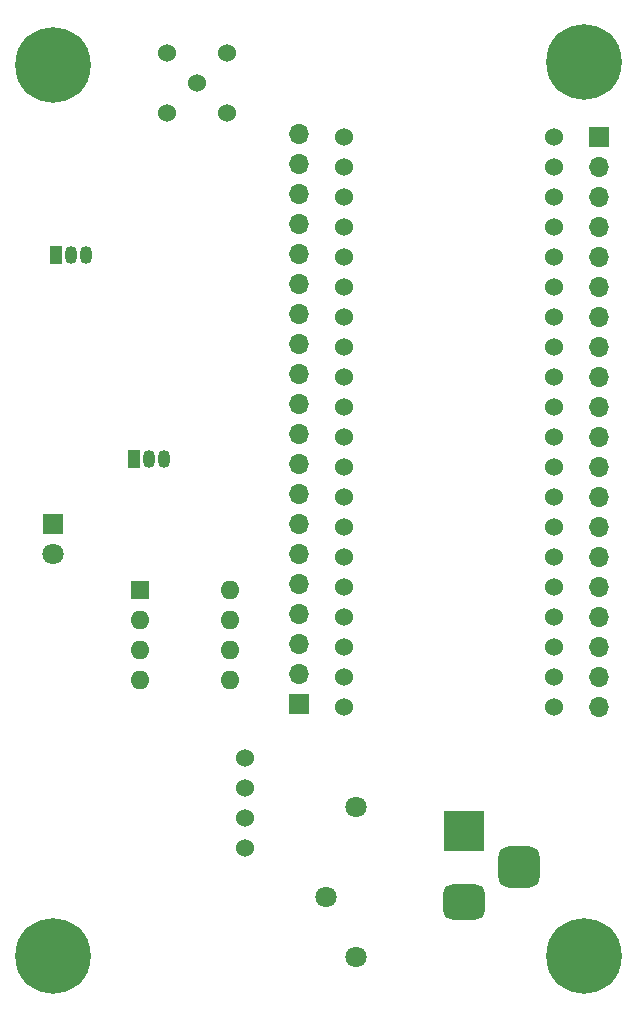
<source format=gbr>
%TF.GenerationSoftware,KiCad,Pcbnew,(6.0.7-1)-1*%
%TF.CreationDate,2022-09-12T11:25:08-04:00*%
%TF.ProjectId,LED_Pulser,4c45445f-5075-46c7-9365-722e6b696361,rev?*%
%TF.SameCoordinates,Original*%
%TF.FileFunction,Soldermask,Bot*%
%TF.FilePolarity,Negative*%
%FSLAX46Y46*%
G04 Gerber Fmt 4.6, Leading zero omitted, Abs format (unit mm)*
G04 Created by KiCad (PCBNEW (6.0.7-1)-1) date 2022-09-12 11:25:08*
%MOMM*%
%LPD*%
G01*
G04 APERTURE LIST*
G04 Aperture macros list*
%AMRoundRect*
0 Rectangle with rounded corners*
0 $1 Rounding radius*
0 $2 $3 $4 $5 $6 $7 $8 $9 X,Y pos of 4 corners*
0 Add a 4 corners polygon primitive as box body*
4,1,4,$2,$3,$4,$5,$6,$7,$8,$9,$2,$3,0*
0 Add four circle primitives for the rounded corners*
1,1,$1+$1,$2,$3*
1,1,$1+$1,$4,$5*
1,1,$1+$1,$6,$7*
1,1,$1+$1,$8,$9*
0 Add four rect primitives between the rounded corners*
20,1,$1+$1,$2,$3,$4,$5,0*
20,1,$1+$1,$4,$5,$6,$7,0*
20,1,$1+$1,$6,$7,$8,$9,0*
20,1,$1+$1,$8,$9,$2,$3,0*%
G04 Aperture macros list end*
%ADD10C,6.400000*%
%ADD11R,1.800000X1.800000*%
%ADD12C,1.800000*%
%ADD13R,1.700000X1.700000*%
%ADD14O,1.700000X1.700000*%
%ADD15C,1.524000*%
%ADD16R,1.600000X1.600000*%
%ADD17O,1.600000X1.600000*%
%ADD18R,1.050000X1.500000*%
%ADD19O,1.050000X1.500000*%
%ADD20R,3.500000X3.500000*%
%ADD21RoundRect,0.750000X1.000000X-0.750000X1.000000X0.750000X-1.000000X0.750000X-1.000000X-0.750000X0*%
%ADD22RoundRect,0.875000X0.875000X-0.875000X0.875000X0.875000X-0.875000X0.875000X-0.875000X-0.875000X0*%
G04 APERTURE END LIST*
D10*
%TO.C,H1*%
X88900000Y-80264000D03*
%TD*%
D11*
%TO.C,D1*%
X88900000Y-119121000D03*
D12*
X88900000Y-121661000D03*
%TD*%
D13*
%TO.C,J2*%
X109728000Y-134410000D03*
D14*
X109728000Y-131870000D03*
X109728000Y-129330000D03*
X109728000Y-126790000D03*
X109728000Y-124250000D03*
X109728000Y-121710000D03*
X109728000Y-119170000D03*
X109728000Y-116630000D03*
X109728000Y-114090000D03*
X109728000Y-111550000D03*
X109728000Y-109010000D03*
X109728000Y-106470000D03*
X109728000Y-103930000D03*
X109728000Y-101390000D03*
X109728000Y-98850000D03*
X109728000Y-96310000D03*
X109728000Y-93770000D03*
X109728000Y-91230000D03*
X109728000Y-88690000D03*
X109728000Y-86150000D03*
%TD*%
D10*
%TO.C,H2*%
X133858000Y-80010000D03*
%TD*%
%TO.C,H3*%
X133858000Y-155702000D03*
%TD*%
D15*
%TO.C,U4*%
X113538000Y-86330000D03*
X113538000Y-88870000D03*
X113538000Y-91410000D03*
X113538000Y-93950000D03*
X113538000Y-96490000D03*
X113538000Y-99030000D03*
X113538000Y-101570000D03*
X113538000Y-104110000D03*
X113538000Y-106650000D03*
X113538000Y-109190000D03*
X113538000Y-111730000D03*
X113538000Y-114270000D03*
X113538000Y-116810000D03*
X113538000Y-119350000D03*
X113538000Y-121890000D03*
X113538000Y-124430000D03*
X113538000Y-126970000D03*
X113538000Y-129510000D03*
X113538000Y-132050000D03*
X113538000Y-134590000D03*
X131318000Y-134590000D03*
X131318000Y-132050000D03*
X131318000Y-129510000D03*
X131318000Y-126970000D03*
X131318000Y-124430000D03*
X131318000Y-121890000D03*
X131318000Y-119350000D03*
X131318000Y-116810000D03*
X131318000Y-114270000D03*
X131318000Y-111730000D03*
X131318000Y-109190000D03*
X131318000Y-106650000D03*
X131318000Y-104110000D03*
X131318000Y-101570000D03*
X131318000Y-99030000D03*
X131318000Y-96490000D03*
X131318000Y-93950000D03*
X131318000Y-91410000D03*
X131318000Y-88870000D03*
X131318000Y-86330000D03*
%TD*%
D13*
%TO.C,J3*%
X135128000Y-86360000D03*
D14*
X135128000Y-88900000D03*
X135128000Y-91440000D03*
X135128000Y-93980000D03*
X135128000Y-96520000D03*
X135128000Y-99060000D03*
X135128000Y-101600000D03*
X135128000Y-104140000D03*
X135128000Y-106680000D03*
X135128000Y-109220000D03*
X135128000Y-111760000D03*
X135128000Y-114300000D03*
X135128000Y-116840000D03*
X135128000Y-119380000D03*
X135128000Y-121920000D03*
X135128000Y-124460000D03*
X135128000Y-127000000D03*
X135128000Y-129540000D03*
X135128000Y-132080000D03*
X135128000Y-134620000D03*
%TD*%
D16*
%TO.C,U2*%
X96266000Y-124724000D03*
D17*
X96266000Y-127264000D03*
X96266000Y-129804000D03*
X96266000Y-132344000D03*
X103886000Y-132344000D03*
X103886000Y-129804000D03*
X103886000Y-127264000D03*
X103886000Y-124724000D03*
%TD*%
D18*
%TO.C,U1*%
X95758000Y-113644000D03*
D19*
X97028000Y-113644000D03*
X98298000Y-113644000D03*
%TD*%
D15*
%TO.C,U5*%
X105186000Y-138938000D03*
X105186000Y-141478000D03*
X105186000Y-144018000D03*
X105186000Y-146558000D03*
%TD*%
D20*
%TO.C,J42*%
X123698000Y-145130000D03*
D21*
X123698000Y-151130000D03*
D22*
X128398000Y-148130000D03*
%TD*%
D12*
%TO.C,RV1*%
X114554000Y-143130500D03*
X112014000Y-150750500D03*
X114554000Y-155830500D03*
%TD*%
D18*
%TO.C,Q1*%
X89154000Y-96372000D03*
D19*
X90424000Y-96372000D03*
X91694000Y-96372000D03*
%TD*%
D10*
%TO.C,H4*%
X88900000Y-155702000D03*
%TD*%
D15*
%TO.C,J1*%
X101092000Y-81788000D03*
X103632000Y-79248000D03*
X103632000Y-84328000D03*
X98552000Y-84328000D03*
X98552000Y-79248000D03*
%TD*%
M02*

</source>
